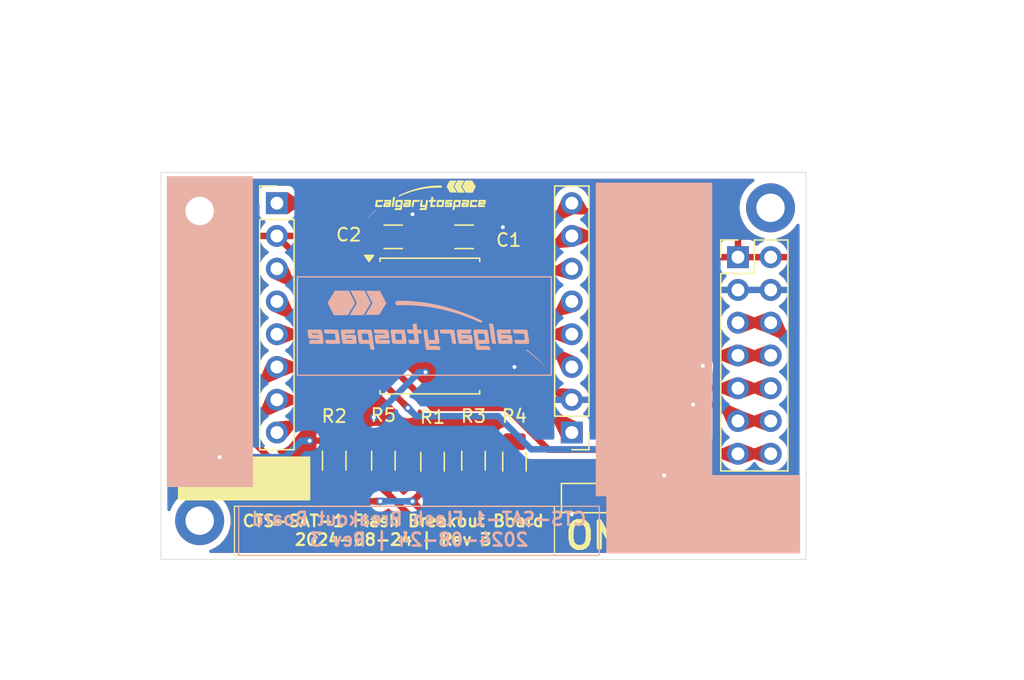
<source format=kicad_pcb>
(kicad_pcb (version 20240108) (generator "pcbnew") (generator_version "8.0")
  (title_block (date "2024-08-24") (rev "Rev 3"))
  (layers (0 "F.Cu" signal) (31 "B.Cu" signal) (34 "B.Paste" user) (35 "F.Paste" user) (36 "B.SilkS" user "B.Silkscreen") (37 "F.SilkS" user "F.Silkscreen") (38 "B.Mask" user) (39 "F.Mask" user) (44 "Edge.Cuts" user))
  (net 0 "")
  (net 1 "GND")
  (net 2 "+3V3")
  (net 3 "SPI_NCS_FLASH1")
  (net 4 "SPI_MISO")
  (net 5 "SPI_CLK")
  (net 6 "SPI_MOSI")
  (net 7 "Net-(D1-A)")
  (net 8 "Net-(D2-A)")
  (net 9 "Net-(D3-A)")
  (net 10 "Net-(J2-Pin_1)")
  (net 11 "Net-(J2-Pin_6)")
  (net 12 "Net-(J3-Pin_3)")
  (net 13 "Net-(J3-Pin_1)")
  (net 14 "Net-(J2-Pin_5)")
  (net 15 "Net-(J2-Pin_4)")
  (net 16 "Net-(J2-Pin_3)")
  (net 17 "Net-(J3-Pin_5)")
  (net 18 "Net-(J3-Pin_4)")
  (net 22 "SPI_NCS_FLASH2")
  (footprint "Resistor_SMD:R_1206_3216Metric_Pad1.30x1.75mm_HandSolder" (layer "F.Cu") (at 152.4 92.43 -90)
    (property "Reference" "R4" (at -3.53 0 0) (layer "F.SilkS"))
    (property "Value" "5k")
    (pad "1" smd roundrect (at -1.55 0 270) (size 1.3 1.75) (layers "F.Cu" "F.Paste" "F.Mask") (roundrect_rratio 0.192308) (net 2 "+3V3"))
    (pad "2" smd roundrect (at 1.55 0 270) (size 1.3 1.75) (layers "F.Cu" "F.Paste" "F.Mask") (roundrect_rratio 0.192308) (net 8 "Net-(D2-A)"))
  )
  (footprint "LOGO" (layer "F.Cu") (at 145.5 72)
    (property "Reference" "G***" (hide yes))
    (property "Value" "LOGO" (hide yes))
  )
  (footprint "Resistor_SMD:R_1206_3216Metric_Pad1.30x1.75mm_HandSolder" (layer "F.Cu") (at 149.225 92.355 -90)
    (property "Reference" "R3" (at -3.455 0 0) (layer "F.SilkS"))
    (property "Value" "5k")
    (pad "1" smd roundrect (at -1.55 0 270) (size 1.3 1.75) (layers "F.Cu" "F.Paste" "F.Mask") (roundrect_rratio 0.192308) (net 2 "+3V3"))
    (pad "2" smd roundrect (at 1.55 0 270) (size 1.3 1.75) (layers "F.Cu" "F.Paste" "F.Mask") (roundrect_rratio 0.192308) (net 7 "Net-(D1-A)"))
  )
  (footprint "MountingHole:MountingHole_2.2mm_M2_DIN965_Pad" (layer "F.Cu") (at 172.25 72.75)
    (property "Reference" "H3" (hide yes))
    (property "Value" "MountingHole_Pad")
    (pad "1" thru_hole circle (at 0 0) (size 3.8 3.8) (drill 2.2) (layers "*.Cu" "*.Mask"))
  )
  (footprint "LED_SMD:LED_1206_3216Metric_Pad1.42x1.75mm_HandSolder" (layer "F.Cu") (at 158.5 95.25)
    (property "Reference" "D1" (hide yes))
    (property "Value" "LED")
    (pad "1" smd roundrect (at -1.4875 0) (size 1.425 1.75) (layers "F.Cu" "F.Paste" "F.Mask") (roundrect_rratio 0.175439) (net 1 "GND"))
    (pad "2" smd roundrect (at 1.4875 0) (size 1.425 1.75) (layers "F.Cu" "F.Paste" "F.Mask") (roundrect_rratio 0.175439) (net 7 "Net-(D1-A)"))
  )
  (footprint "MountingHole:MountingHole_2.2mm_M2_DIN965_Pad" (layer "F.Cu") (at 128 97)
    (property "Reference" "H2" (hide yes))
    (property "Value" "MountingHole_Pad")
    (pad "1" thru_hole circle (at 0 0) (size 3.8 3.8) (drill 2.2) (layers "*.Cu" "*.Mask"))
  )
  (footprint "Resistor_SMD:R_1206_3216Metric_Pad1.30x1.75mm_HandSolder" (layer "F.Cu") (at 138.43 92.355 90)
    (property "Reference" "R2" (at 3.455 0 0) (layer "F.SilkS"))
    (property "Value" "10k")
    (pad "1" smd roundrect (at -1.55 0 90) (size 1.3 1.75) (layers "F.Cu" "F.Paste" "F.Mask") (roundrect_rratio 0.192308) (net 3 "SPI_NCS_FLASH1"))
    (pad "2" smd roundrect (at 1.55 0 90) (size 1.3 1.75) (layers "F.Cu" "F.Paste" "F.Mask") (roundrect_rratio 0.192308) (net 2 "+3V3"))
  )
  (footprint "Connector_PinHeader_2.54mm:PinHeader_1x08_P2.54mm_Vertical" (layer "F.Cu") (at 133.985 72.39)
    (property "Reference" "J3" (hide yes))
    (property "Value" "Conn_01x08")
    (pad "1" thru_hole rect (at 0 0) (size 1.7 1.7) (drill 1) (layers "*.Cu" "*.Mask") (net 13 "Net-(J3-Pin_1)"))
    (pad "2" thru_hole oval (at 0 2.54) (size 1.7 1.7) (drill 1) (layers "*.Cu" "*.Mask") (net 2 "+3V3"))
    (pad "3" thru_hole oval (at 0 5.08) (size 1.7 1.7) (drill 1) (layers "*.Cu" "*.Mask") (net 12 "Net-(J3-Pin_3)"))
    (pad "4" thru_hole oval (at 0 7.62) (size 1.7 1.7) (drill 1) (layers "*.Cu" "*.Mask") (net 18 "Net-(J3-Pin_4)"))
    (pad "5" thru_hole oval (at 0 10.16) (size 1.7 1.7) (drill 1) (layers "*.Cu" "*.Mask") (net 17 "Net-(J3-Pin_5)"))
    (pad "6" thru_hole oval (at 0 12.7) (size 1.7 1.7) (drill 1) (layers "*.Cu" "*.Mask") (net 22 "SPI_NCS_FLASH2"))
    (pad "7" thru_hole oval (at 0 15.24) (size 1.7 1.7) (drill 1) (layers "*.Cu" "*.Mask") (net 3 "SPI_NCS_FLASH1"))
    (pad "8" thru_hole oval (at 0 17.78) (size 1.7 1.7) (drill 1) (layers "*.Cu" "*.Mask") (net 4 "SPI_MISO"))
  )
  (footprint "Package_SO:SOIC-16W_7.5x10.3mm_P1.27mm" (layer "F.Cu") (at 145.845 81.915)
    (property "Reference" "U1" (hide yes))
    (property "Value" "S70FL01GSAGMFI011")
    (pad "1" smd roundrect (at -4.65 -4.445) (size 2.05 0.6) (layers "F.Cu" "F.Paste" "F.Mask") (net 13 "Net-(J3-Pin_1)"))
    (pad "2" smd roundrect (at -4.65 -3.175) (size 2.05 0.6) (layers "F.Cu" "F.Paste" "F.Mask") (net 2 "+3V3"))
    (pad "3" smd roundrect (at -4.65 -1.905) (size 2.05 0.6) (layers "F.Cu" "F.Paste" "F.Mask") (net 12 "Net-(J3-Pin_3)"))
    (pad "4" smd roundrect (at -4.65 -0.635) (size 2.05 0.6) (layers "F.Cu" "F.Paste" "F.Mask") (net 18 "Net-(J3-Pin_4)"))
    (pad "5" smd roundrect (at -4.65 0.635) (size 2.05 0.6) (layers "F.Cu" "F.Paste" "F.Mask") (net 17 "Net-(J3-Pin_5)"))
    (pad "6" smd roundrect (at -4.65 1.905) (size 2.05 0.6) (layers "F.Cu" "F.Paste" "F.Mask") (net 22 "SPI_NCS_FLASH2"))
    (pad "7" smd roundrect (at -4.65 3.175) (size 2.05 0.6) (layers "F.Cu" "F.Paste" "F.Mask") (net 3 "SPI_NCS_FLASH1"))
    (pad "8" smd roundrect (at -4.65 4.445) (size 2.05 0.6) (layers "F.Cu" "F.Paste" "F.Mask") (net 4 "SPI_MISO"))
    (pad "9" smd roundrect (at 4.65 4.445) (size 2.05 0.6) (layers "F.Cu" "F.Paste" "F.Mask") (net 10 "Net-(J2-Pin_1)"))
    (pad "10" smd roundrect (at 4.65 3.175) (size 2.05 0.6) (layers "F.Cu" "F.Paste" "F.Mask") (net 1 "GND"))
    (pad "11" smd roundrect (at 4.65 1.905) (size 2.05 0.6) (layers "F.Cu" "F.Paste" "F.Mask") (net 16 "Net-(J2-Pin_3)"))
    (pad "12" smd roundrect (at 4.65 0.635) (size 2.05 0.6) (layers "F.Cu" "F.Paste" "F.Mask") (net 15 "Net-(J2-Pin_4)"))
    (pad "13" smd roundrect (at 4.65 -0.635) (size 2.05 0.6) (layers "F.Cu" "F.Paste" "F.Mask") (net 14 "Net-(J2-Pin_5)"))
    (pad "14" smd roundrect (at 4.65 -1.905) (size 2.05 0.6) (layers "F.Cu" "F.Paste" "F.Mask") (net 11 "Net-(J2-Pin_6)"))
    (pad "15" smd roundrect (at 4.65 -3.175) (size 2.05 0.6) (layers "F.Cu" "F.Paste" "F.Mask") (net 6 "SPI_MOSI"))
    (pad "16" smd roundrect (at 4.65 -4.445) (size 2.05 0.6) (layers "F.Cu" "F.Paste" "F.Mask") (net 5 "SPI_CLK"))
  )
  (footprint "LED_SMD:LED_1206_3216Metric_Pad1.42x1.75mm_HandSolder" (layer "F.Cu") (at 171.5 95.25)
    (property "Reference" "D2" (hide yes))
    (property "Value" "LED")
    (pad "1" smd roundrect (at -1.4875 0) (size 1.425 1.75) (layers "F.Cu" "F.Paste" "F.Mask") (roundrect_rratio 0.175439) (net 3 "SPI_NCS_FLASH1"))
    (pad "2" smd roundrect (at 1.4875 0) (size 1.425 1.75) (layers "F.Cu" "F.Paste" "F.Mask") (roundrect_rratio 0.175439) (net 8 "Net-(D2-A)"))
  )
  (footprint "Capacitor_SMD:C_1206_3216Metric_Pad1.33x1.80mm_HandSolder" (layer "F.Cu") (at 148.5 75 180)
    (property "Reference" "C1" (at -3.4525 -0.25 0) (layer "F.SilkS"))
    (property "Value" "0.1u")
    (pad "1" smd roundrect (at -1.5625 0 180) (size 1.325 1.8) (layers "F.Cu" "F.Paste" "F.Mask") (roundrect_rratio 0.188679) (net 1 "GND"))
    (pad "2" smd roundrect (at 1.5625 0 180) (size 1.325 1.8) (layers "F.Cu" "F.Paste" "F.Mask") (roundrect_rratio 0.188679) (net 2 "+3V3"))
  )
  (footprint "Resistor_SMD:R_1206_3216Metric_Pad1.30x1.75mm_HandSolder" (layer "F.Cu") (at 146.05 92.43 -90)
    (property "Reference" "R1" (at -3.455 0 0) (layer "F.SilkS"))
    (property "Value" "10k")
    (pad "1" smd roundrect (at -1.55 0 270) (size 1.3 1.75) (layers "F.Cu" "F.Paste" "F.Mask") (roundrect_rratio 0.192308) (net 2 "+3V3"))
    (pad "2" smd roundrect (at 1.55 0 270) (size 1.3 1.75) (layers "F.Cu" "F.Paste" "F.Mask") (roundrect_rratio 0.192308) (net 22 "SPI_NCS_FLASH2"))
  )
  (footprint "Connector_PinHeader_2.54mm:PinHeader_1x08_P2.54mm_Vertical" (layer "F.Cu") (at 156.845 90.17 180)
    (property "Reference" "J2" (hide yes))
    (property "Value" "Conn_01x08")
    (pad "1" thru_hole rect (at 0 0 180) (size 1.7 1.7) (drill 1) (layers "*.Cu" "*.Mask") (net 10 "Net-(J2-Pin_1)"))
    (pad "2" thru_hole oval (at 0 2.54 180) (size 1.7 1.7) (drill 1) (layers "*.Cu" "*.Mask") (net 1 "GND"))
    (pad "3" thru_hole oval (at 0 5.08 180) (size 1.7 1.7) (drill 1) (layers "*.Cu" "*.Mask") (net 16 "Net-(J2-Pin_3)"))
    (pad "4" thru_hole oval (at 0 7.62 180) (size 1.7 1.7) (drill 1) (layers "*.Cu" "*.Mask") (net 15 "Net-(J2-Pin_4)"))
    (pad "5" thru_hole oval (at 0 10.16 180) (size 1.7 1.7) (drill 1) (layers "*.Cu" "*.Mask") (net 14 "Net-(J2-Pin_5)"))
    (pad "6" thru_hole oval (at 0 12.7 180) (size 1.7 1.7) (drill 1) (layers "*.Cu" "*.Mask") (net 11 "Net-(J2-Pin_6)"))
    (pad "7" thru_hole oval (at 0 15.24 180) (size 1.7 1.7) (drill 1) (layers "*.Cu" "*.Mask") (net 6 "SPI_MOSI"))
    (pad "8" thru_hole oval (at 0 17.78 180) (size 1.7 1.7) (drill 1) (layers "*.Cu" "*.Mask") (net 5 "SPI_CLK"))
  )
  (footprint "Connector_PinHeader_2.54mm:PinHeader_2x07_P2.54mm_Vertical" (layer "F.Cu") (at 169.725 76.576)
    (property "Reference" "J1" (hide yes))
    (property "Value" "Conn_02x07_Counter_Clockwise" (hide yes))
    (pad "1" thru_hole rect (at 0 0) (size 1.7 1.7) (drill 1) (layers "*.Cu" "*.Mask") (net 2 "+3V3"))
    (pad "2" thru_hole oval (at 2.54 0) (size 1.7 1.7) (drill 1) (layers "*.Cu" "*.Mask") (net 2 "+3V3"))
    (pad "3" thru_hole oval (at 0 2.54) (size 1.7 1.7) (drill 1) (layers "*.Cu" "*.Mask") (net 1 "GND"))
    (pad "4" thru_hole oval (at 2.54 2.54) (size 1.7 1.7) (drill 1) (layers "*.Cu" "*.Mask") (net 1 "GND"))
    (pad "5" thru_hole oval (at 0 5.08) (size 1.7 1.7) (drill 1) (layers "*.Cu" "*.Mask") (net 3 "SPI_NCS_FLASH1"))
    (pad "6" thru_hole oval (at 2.54 5.08) (size 1.7 1.7) (drill 1) (layers "*.Cu" "*.Mask") (net 3 "SPI_NCS_FLASH1"))
    (pad "7" thru_hole oval (at 0 7.62) (size 1.7 1.7) (drill 1) (layers "*.Cu" "*.Mask") (net 22 "SPI_NCS_FLASH2"))
    (pad "8" thru_hole oval (at 2.54 7.62) (size 1.7 1.7) (drill 1) (layers "*.Cu" "*.Mask") (net 22 "SPI_NCS_FLASH2"))
    (pad "9" thru_hole oval (at 0 10.16) (size 1.7 1.7) (drill 1) (layers "*.Cu" "*.Mask") (net 5 "SPI_CLK"))
    (pad "10" thru_hole oval (at 2.54 10.16) (size 1.7 1.7) (drill 1) (layers "*.Cu" "*.Mask") (net 5 "SPI_CLK"))
    (pad "11" thru_hole oval (at 0 12.7) (size 1.7 1.7) (drill 1) (layers "*.Cu" "*.Mask") (net 4 "SPI_MISO"))
    (pad "12" thru_hole oval (at 2.54 12.7) (size 1.7 1.7) (drill 1) (layers "*.Cu" "*.Mask") (net 4 "SPI_MISO"))
    (pad "13" thru_hole oval (at 0 15.24) (size 1.7 1.7) (drill 1) (layers "*.Cu" "*.Mask") (net 6 "SPI_MOSI"))
    (pad "14" thru_hole oval (at 2.54 15.24) (size 1.7 1.7) (drill 1) (layers "*.Cu" "*.Mask") (net 6 "SPI_MOSI"))
  )
  (footprint "Capacitor_SMD:C_1206_3216Metric_Pad1.33x1.80mm_HandSolder" (layer "F.Cu") (at 143 75 180)
    (property "Reference" "C2" (at 3.4475 0.16 0) (layer "F.SilkS"))
    (property "Value" "1u")
    (pad "1" smd roundrect (at -1.5625 0 180) (size 1.325 1.8) (layers "F.Cu" "F.Paste" "F.Mask") (roundrect_rratio 0.188679) (net 1 "GND"))
    (pad "2" smd roundrect (at 1.5625 0 180) (size 1.325 1.8) (layers "F.Cu" "F.Paste" "F.Mask") (roundrect_rratio 0.188679) (net 2 "+3V3"))
  )
  (footprint "LED_SMD:LED_1206_3216Metric_Pad1.42x1.75mm_HandSolder" (layer "F.Cu") (at 165 95.25)
    (property "Reference" "D3" (hide yes))
    (property "Value" "LED")
    (pad "1" smd roundrect (at -1.4875 0) (size 1.425 1.75) (layers "F.Cu" "F.Paste" "F.Mask") (roundrect_rratio 0.175439) (net 22 "SPI_NCS_FLASH2"))
    (pad "2" smd roundrect (at 1.4875 0) (size 1.425 1.75) (layers "F.Cu" "F.Paste" "F.Mask") (roundrect_rratio 0.175439) (net 9 "Net-(D3-A)"))
  )
  (footprint "MountingHole:MountingHole_2.2mm_M2_DIN965_Pad" (layer "F.Cu") (at 128 73)
    (property "Reference" "H1" (hide yes))
    (property "Value" "MountingHole_Pad")
    (pad "1" thru_hole circle (at 0 0) (size 3.8 3.8) (drill 2.2) (layers "*.Cu" "*.Mask"))
  )
  (footprint "Resistor_SMD:R_1206_3216Metric_Pad1.30x1.75mm_HandSolder" (layer "F.Cu") (at 142.24 92.355 -90)
    (property "Reference" "R5" (at -3.53 0 0) (layer "F.SilkS"))
    (property "Value" "5k")
    (pad "1" smd roundrect (at -1.55 0 270) (size 1.3 1.75) (layers "F.Cu" "F.Paste" "F.Mask") (roundrect_rratio 0.192308) (net 2 "+3V3"))
    (pad "2" smd roundrect (at 1.55 0 270) (size 1.3 1.75) (layers "F.Cu" "F.Paste" "F.Mask") (roundrect_rratio 0.192308) (net 9 "Net-(D3-A)"))
  )
  (footprint "LOGO" (layer "B.Cu") (at 145.7325 81.915 180)
    (property "Reference" "G***" (hide yes))
    (property "Value" "LOGO" (hide yes))
  )
  (gr_rect (start 125.5 70.35) (end 132.08 94.345) (stroke (width 0.1)) (fill solid) (layer "B.SilkS"))
  (gr_rect (start 158.75 70.85) (end 167.68 95.06) (stroke (width 0.1)) (fill solid) (layer "B.SilkS"))
  (gr_rect (start 135.5725 78.105) (end 155.2575 85.725) (stroke (width 0.1)) (fill none) (layer "B.SilkS"))
  (gr_rect (start 131.03 95.885) (end 158.97 99.695) (stroke (width 0.1)) (fill none) (layer "B.SilkS"))
  (gr_rect (start 159.57 93.515) (end 174.5 99.5) (stroke (width 0.1)) (fill solid) (layer "B.SilkS"))
  (gr_rect (start 130.695 95.885) (end 155.5 99.695) (stroke (width 0.1)) (fill none) (layer "F.SilkS"))
  (gr_rect (start 126.365 92.075) (end 136.525 95.385) (stroke (width 0.1)) (fill solid) (layer "F.SilkS"))
  (gr_rect (start 125 70) (end 175 100) (stroke (width 0.05)) (fill none) (layer "Edge.Cuts"))
  (gr_text "CTS-SAT-1 Flash Breakout Board\n${ISSUE_DATE} | ${REVISION}" (at 145 99.06 0) (layer "B.SilkS") (effects (font (size 1 1) (thickness 0.2) (bold yes)) (justify bottom mirror)))
  (gr_text "7-CS1" (at 132.08 87.63 0) (layer "F.SilkS") (effects (font (size 1 1) (thickness 0.2) (bold yes)) (justify right)))
  (gr_text "CLK" (at 164.575 87.3 0) (layer "F.SilkS") (effects (font (size 1 1) (thickness 0.2) (bold yes)) (justify left bottom)))
  (gr_text "14" (at 158.75 77.47 0) (layer "F.SilkS") (effects (font (size 1 1) (thickness 0.2) (bold yes)) (justify left)))
  (gr_text "CS2" (at 164.575 84.9 0) (layer "F.SilkS") (effects (font (size 1 1) (thickness 0.2) (bold yes)) (justify left bottom)))
  (gr_text "CS1" (at 164.575 82.3 0) (layer "F.SilkS") (effects (font (size 1 1) (thickness 0.2) (bold yes)) (justify left bottom)))
  (gr_text "1" (at 132.08 72.39 0) (layer "F.SilkS") (effects (font (size 1 1) (thickness 0.2) (bold yes)) (justify right)))
  (gr_text "CS1" (at 171.5 97 0) (layer "F.SilkS") (effects (font (size 2 2) (thickness 0.4) (bold yes)) (justify top)))
  (gr_text "9-WP" (at 158.75 90.17 0) (layer "F.SilkS") (effects (font (size 1 1) (thickness 0.2) (bold yes)) (justify left)))
  (gr_text "11" (at 158.75 85.09 0) (layer "F.SilkS") (effects (font (size 1 1) (thickness 0.2) (bold yes)) (justify left)))
  (gr_text "15-MOSI" (at 158.75 74.93 0) (layer "F.SilkS") (effects (font (size 1 1) (thickness 0.2) (bold yes)) (justify left)))
  (gr_text "6-CS2" (at 132.08 85.09 0) (layer "F.SilkS") (effects (font (size 1 1) (thickness 0.2) (bold yes)) (justify right)))
  (gr_text "5" (at 132.08 82.55 0) (layer "F.SilkS") (effects (font (size 1 1) (thickness 0.2) (bold yes)) (justify right)))
  (gr_text "13" (at 158.75 80.01 0) (layer "F.SilkS") (effects (font (size 1 1) (thickness 0.2) (bold yes)) (justify left)))
  (gr_text "16-SCK" (at 158.75 72.39 0) (layer "F.SilkS") (effects (font (size 1 1) (thickness 0.2) (bold yes)) (justify left)))
  (gr_text "MISO" (at 163.775 89.9 0) (layer "F.SilkS") (effects (font (size 1 1) (thickness 0.2) (bold yes)) (justify left bottom)))
  (gr_text "4" (at 132.08 80.01 0) (layer "F.SilkS") (effects (font (size 1 1) (thickness 0.2) (bold yes)) (justify right)))
  (gr_text "3v3" (at 164.775 77.3 0) (layer "F.SilkS") (effects (font (size 1 1) (thickness 0.2) (bold yes)) (justify left bottom)))
  (gr_text "3v3-" (at 131 74.75 25) (layer "F.SilkS") (effects (font (size 1 1) (thickness 0.2) (bold yes)) (justify right)))
  (gr_text "12" (at 158.75 82.55 0) (layer "F.SilkS") (effects (font (size 1 1) (thickness 0.2) (bold yes)) (justify left)))
  (gr_text "CTS-SAT-1 Flash Breakout Board\n${ISSUE_DATE} | ${REVISION}" (at 143 99 0) (layer "F.SilkS") (effects (font (size 0.9 0.9) (thickness 0.18) (bold yes)) (justify bottom)))
  (gr_text "2" (at 132.08 74.93 0) (layer "F.SilkS") (effects (font (size 1 1) (thickness 0.2) (bold yes)) (justify right)))
  (gr_text "MOSI" (at 163.775 92.5 0) (layer "F.SilkS") (effects (font (size 1 1) (thickness 0.2) (bold yes)) (justify left bottom)))
  (gr_text "RST-3" (at 132.08 77.47 0) (layer "F.SilkS") (effects (font (size 1 1) (thickness 0.2) (bold yes)) (justify right)))
  (gr_text "GND" (at 164.375 79.7 0) (layer "F.SilkS") (effects (font (size 1 1) (thickness 0.2) (bold yes)) (justify left bottom)))
  (gr_text "10-GND" (at 158.75 87.63 0) (layer "F.SilkS") (effects (font (size 1 1) (thickness 0.2) (bold yes)) (justify left)))
  (gr_text "CS2" (at 165 97 0) (layer "F.SilkS") (effects (font (size 2 2) (thickness 0.4) (bold yes)) (justify top)))
  (gr_text "ON" (at 158.5 97 0) (layer "F.SilkS") (effects (font (size 2 2) (thickness 0.4) (bold yes)) (justify top)))
  (gr_text "8-MOSI" (at 132.08 90.17 0) (layer "F.SilkS") (effects (font (size 1 1) (thickness 0.2) (bold yes)) (justify right)))
  (segment (start 150.495 85.09) (end 152.4 85.09) (width 0.5) (layer "F.Cu") (net 1))
  (segment (start 156.21 86.995) (end 155.575 86.995) (width 0.5) (layer "F.Cu") (net 1))
  (segment (start 156.845 96.52) (end 156.845 95.4175) (width 0.5) (layer "F.Cu") (net 1))
  (segment (start 151.3125 74.25) (end 150.5625 75) (width 0.5) (layer "F.Cu") (net 1))
  (segment (start 155.575 86.995) (end 153.67 85.09) (width 0.5) (layer "F.Cu") (net 1))
  (segment (start 153.67 85.09) (end 152.4 85.09) (width 0.5) (layer "F.Cu") (net 1))
  (segment (start 156.845 95.4175) (end 157.0125 95.25) (width 0.5) (layer "F.Cu") (net 1))
  (segment (start 156.845 87.63) (end 156.21 86.995) (width 0.5) (layer "F.Cu") (net 1))
  (segment (start 144.5 74.9375) (end 144.5625 75) (width 0.5) (layer "F.Cu") (net 1))
  (segment (start 151.5 74.25) (end 151.3125 74.25) (width 0.5) (layer "F.Cu") (net 1))
  (segment (start 144.5 73.25) (end 144.5 74.9375) (width 0.5) (layer "F.Cu") (net 1))
  (via (at 156.845 96.52) (size 0.6) (drill 0.3) (layers "F.Cu" "B.Cu") (net 1))
  (via (at 152.4 85.09) (size 0.6) (drill 0.3) (layers "F.Cu" "B.Cu") (net 1))
  (via (at 144.5 73.25) (size 0.6) (drill 0.3) (layers "F.Cu" "B.Cu") (net 1))
  (via (at 151.5 74.25) (size 0.6) (drill 0.3) (layers "F.Cu" "B.Cu") (net 1))
  (segment (start 137.795 78.74) (end 133.985 74.93) (width 0.5) (layer "F.Cu") (net 2))
  (segment (start 141.195 78.74) (end 137.795 78.74) (width 0.5) (layer "F.Cu") (net 2))
  (segment (start 152.4 90.88) (end 151.84 90.88) (width 0.5) (layer "F.Cu") (net 2))
  (via (at 129.54 92.075) (size 0.6) (drill 0.3) (layers "F.Cu" "B.Cu") (net 2))
  (via (at 136.525 90.805) (size 0.6) (drill 0.3) (layers "F.Cu" "B.Cu") (net 2))
  (via (at 145.5 85.5) (size 0.6) (drill 0.3) (layers "F.Cu" "B.Cu") (net 2))
  (via (at 141.5 89) (size 0.6) (drill 0.3) (layers "F.Cu" "B.Cu") (net 2))
  (segment (start 135.89 90.805) (end 136.525 90.805) (width 0.5) (layer "B.Cu") (net 2))
  (segment (start 141.5 89) (end 145 85.5) (width 0.5) (layer "B.Cu") (net 2))
  (segment (start 145 85.5) (end 145.5 85.5) (width 0.5) (layer "B.Cu") (net 2))
  (segment (start 134.62 92.075) (end 135.89 90.805) (width 0.5) (layer "B.Cu") (net 2))
  (segment (start 129.54 92.075) (end 134.62 92.075) (width 0.5) (layer "B.Cu") (net 2))
  (segment (start 141.195 85.09) (end 139.065 85.09) (width 0.5) (layer "F.Cu") (net 3))
  (segment (start 167.465389 92.516) (end 166.449389 91.5) (width 0.5) (layer "F.Cu") (net 3))
  (segment (start 137.795 86.36) (end 136.87995 86.36) (width 0.5) (layer "F.Cu") (net 3))
  (segment (start 151.806878 88.265) (end 146.05 88.265) (width 0.5) (layer "F.Cu") (net 3))
  (segment (start 170.0125 95.0125) (end 167.516 92.516) (width 0.5) (layer "F.Cu") (net 3))
  (segment (start 146.05 88.265) (end 142.875 85.09) (width 0.5) (layer "F.Cu") (net 3))
  (segment (start 142.875 85.09) (end 141.195 85.09) (width 0.5) (layer "F.Cu") (net 3))
  (segment (start 138.43 93.905) (end 135.18 93.905) (width 0.5) (layer "F.Cu") (net 3))
  (segment (start 132.08 90.805) (end 132.08 89.535) (width 0.5) (layer "F.Cu") (net 3))
  (segment (start 174 83.391) (end 174 92.5) (width 0.5) (layer "F.Cu") (net 3))
  (segment (start 166.449389 91.5) (end 155.041878 91.5) (width 0.5) (layer "F.Cu") (net 3))
  (segment (start 139.065 85.09) (end 137.795 86.36) (width 0.5) (layer "F.Cu") (net 3))
  (segment (start 170.0125 95.25) (end 170.0125 95.0125) (width 0.5) (layer "F.Cu") (net 3))
  (segment (start 136.87995 86.36) (end 135.60995 87.63) (width 0.5) (layer "F.Cu") (net 3))
  (segment (start 132.08 89.535) (end 133.985 87.63) (width 0.5) (layer "F.Cu") (net 3))
  (segment (start 171.7625 93.5) (end 170.0125 95.25) (width 0.5) (layer "F.Cu") (net 3))
  (segment (start 167.516 92.516) (end 167.465389 92.516) (width 0.5) (layer "F.Cu") (net 3))
  (segment (start 173 93.5) (end 171.7625 93.5) (width 0.5) (layer "F.Cu") (net 3))
  (segment (start 172.265 81.656) (end 174 83.391) (width 0.5) (layer "F.Cu") (net 3))
  (segment (start 135.60995 87.63) (end 133.985 87.63) (width 0.5) (layer "F.Cu") (net 3))
  (segment (start 174 92.5) (end 173 93.5) (width 0.5) (layer "F.Cu") (net 3))
  (segment (start 155.041878 91.5) (end 151.806878 88.265) (width 0.5) (layer "F.Cu") (net 3))
  (segment (start 135.18 93.905) (end 132.08 90.805) (width 0.5) (layer "F.Cu") (net 3))
  (segment (start 172.265 81.656) (end 169.725 81.656) (width 0.5) (layer "F.Cu") (net 3))
  (segment (start 141.195 86.36) (end 142.24 86.36) (width 0.5) (layer "F.Cu") (net 4))
  (segment (start 134.62 90.17) (end 133.985 90.17) (width 0.5) (layer "F.Cu") (net 4))
  (segment (start 166.25 88) (end 168.449 88) (width 0.5) (layer "F.Cu") (net 4))
  (segment (start 141.195 86.36) (end 139.1399 86.36) (width 0.5) (layer "F.Cu") (net 4))
  (segment (start 168.449 88) (end 169.725 89.276) (width 0.5) (layer "F.Cu") (net 4))
  (segment (start 137.16 87.63) (end 134.62 90.17) (width 0.5) (layer "F.Cu") (net 4))
  (segment (start 172.265 89.276) (end 169.725 89.276) (width 0.5) (layer "F.Cu") (net 4))
  (segment (start 142.24 86.36) (end 144.145 88.265) (width 0.5) (layer "F.Cu") (net 4))
  (segment (start 137.8699 87.63) (end 137.16 87.63) (width 0.5) (layer "F.Cu") (net 4))
  (segment (start 139.1399 86.36) (end 137.8699 87.63) (width 0.5) (layer "F.Cu") (net 4))
  (via (at 144.145 88.265) (size 0.6) (drill 0.3) (layers "F.Cu" "B.Cu") (net 4))
  (via (at 166.25 88) (size 0.6) (drill 0.3) (layers "F.Cu" "B.Cu") (net 4))
  (segment (start 163.03 91.47) (end 153.7 91.47) (width 0.5) (layer "B.Cu") (net 4))
  (segment (start 144.78 88.9) (end 144.145 88.265) (width 0.5) (layer "B.Cu") (net 4))
  (segment (start 166.25 88.25) (end 163.03 91.47) (width 0.5) (layer "B.Cu") (net 4))
  (segment (start 169.56895 89.11995) (end 169.725 89.276) (width 0.5) (layer "B.Cu") (net 4))
  (segment (start 153.7 91.47) (end 151.13 88.9) (width 0.5) (layer "B.Cu") (net 4))
  (segment (start 151.13 88.9) (end 144.78 88.9) (width 0.5) (layer "B.Cu") (net 4))
  (segment (start 166.25 88) (end 166.25 88.25) (width 0.5) (layer "B.Cu") (net 4))
  (segment (start 150.495 77.47) (end 151.765 77.47) (width 0.5) (layer "F.Cu") (net 5))
  (segment (start 169.725 86.736) (end 161.736 86.736) (width 0.5) (layer "F.Cu") (net 5))
  (segment (start 151.765 77.47) (end 156.845 72.39) (width 0.5) (layer "F.Cu") (net 5))
  (segment (start 161 76) (end 158.025 73.025) (width 0.5) (layer "F.Cu") (net 5))
  (segment (start 157.48 73.025) (end 156.845 72.39) (width 0.5) (layer "F.Cu") (net 5))
  (segment (start 161 86) (end 161 76) (width 0.5) (layer "F.Cu") (net 5))
  (segment (start 161.736 86.736) (end 161 86) (width 0.5) (layer "F.Cu") (net 5))
  (segment (start 158.025 73.025) (end 157.48 73.025) (width 0.5) (layer "F.Cu") (net 5))
  (segment (start 172.265 86.736) (end 169.725 86.736) (width 0.5) (layer "F.Cu") (net 5))
  (segment (start 160 76) (end 160 86) (width 0.5) (layer "F.Cu") (net 6))
  (segment (start 158.93 74.93) (end 160 76) (width 0.5) (layer "F.Cu") (net 6))
  (segment (start 167.755339 91.816) (end 169.725 91.816) (width 0.5) (layer "F.Cu") (net 6))
  (segment (start 156.21 74.93) (end 156.845 74.93) (width 0.5) (layer "F.Cu") (net 6))
  (segment (start 152.4 78.74) (end 156.21 74.93) (width 0.5) (layer "F.Cu") (net 6))
  (segment (start 172.265 91.816) (end 169.725 91.816) (width 0.5) (layer "F.Cu") (net 6))
  (segment (start 163.439339 87.5) (end 167.755339 91.816) (width 0.5) (layer "F.Cu") (net 6))
  (segment (start 156.845 74.93) (end 158.93 74.93) (width 0.5) (layer "F.Cu") (net 6))
  (segment (start 150.495 78.74) (end 152.4 78.74) (width 0.5) (layer "F.Cu") (net 6))
  (segment (start 160 86) (end 161.5 87.5) (width 0.5) (layer "F.Cu") (net 6))
  (segment (start 161.5 87.5) (end 163.439339 87.5) (width 0.5) (layer "F.Cu") (net 6))
  (segment (start 158.2 93.2) (end 159.9875 94.9875) (width 0.5) (layer "F.Cu") (net 7))
  (segment (start 155.8 93.2) (end 158.2 93.2) (width 0.5) (layer "F.Cu") (net 7))
  (segment (start 151.32 96) (end 154 96) (width 0.5) (layer "F.Cu") (net 7))
  (segment (start 155 94) (end 155.8 93.2) (width 0.5) (layer "F.Cu") (net 7))
  (segment (start 159.9875 94.9875) (end 159.9875 95.25) (width 0.5) (layer "F.Cu") (net 7))
  (segment (start 155 95) (end 155 94) (width 0.5) (layer "F.Cu") (net 7))
  (segment (start 149.225 93.905) (end 151.32 96) (width 0.5) (layer "F.Cu") (net 7))
  (segment (start 154 96) (end 155 95) (width 0.5) (layer "F.Cu") (net 7))
  (segment (start 171.2375 97) (end 172.9875 95.25) (width 0.5) (layer "F.Cu") (net 8))
  (segment (start 153.88 92.5) (end 166.323774 92.5) (width 0.5) (layer "F.Cu") (net 8))
  (segment (start 168 96) (end 169 97) (width 0.5) (layer "F.Cu") (net 8))
  (segment (start 152.4 93.98) (end 153.88 92.5) (width 0.5) (layer "F.Cu") (net 8))
  (segment (start 169 97) (end 171.2375 97) (width 0.5) (layer "F.Cu") (net 8))
  (segment (start 166.323774 92.5) (end 168 94.176226) (width 0.5) (layer "F.Cu") (net 8))
  (segment (start 168 94.176226) (end 168 96) (width 0.5) (layer "F.Cu") (net 8))
  (segment (start 142.24 94.555) (end 145.685 98) (width 0.5) (layer "F.Cu") (net 9))
  (segment (start 142.24 93.905) (end 142.24 94.555) (width 0.5) (layer "F.Cu") (net 9))
  (segment (start 145.685 98) (end 163.86875 98) (width 0.5) (layer "F.Cu") (net 9))
  (segment (start 166.4875 95.38125) (end 166.4875 95.25) (width 0.5) (layer "F.Cu") (net 9))
  (segment (start 163.86875 98) (end 166.4875 95.38125) (width 0.5) (layer "F.Cu") (net 9))
  (segment (start 153.035 86.36) (end 156.845 90.17) (width 0.5) (layer "F.Cu") (net 10))
  (segment (start 150.495 86.36) (end 153.035 86.36) (width 0.5) (layer "F.Cu") (net 10))
  (segment (start 150.495 80.01) (end 153.035 80.01) (width 0.5) (layer "F.Cu") (net 11))
  (segment (start 153.035 80.01) (end 155.575 77.47) (width 0.5) (layer "F.Cu") (net 11))
  (segment (start 155.575 77.47) (end 156.845 77.47) (width 0.5) (layer "F.Cu") (net 11))
  (segment (start 136.525 80.01) (end 141.195 80.01) (width 0.5) (layer "F.Cu") (net 12))
  (segment (start 133.985 77.47) (end 136.525 80.01) (width 0.5) (layer "F.Cu") (net 12))
  (segment (start 141.195 77.47) (end 138.47 77.47) (width 0.5) (layer "F.Cu") (net 13))
  (segment (start 135.89 72.39) (end 133.985 72.39) (width 0.5) (layer "F.Cu") (net 13))
  (segment (start 138.47 77.47) (end 137.16 76.16) (width 0.5) (layer "F.Cu") (net 13))
  (segment (start 137.16 73.66) (end 135.89 72.39) (width 0.5) (layer "F.Cu") (net 13))
  (segment (start 137.16 76.16) (end 137.16 73.66) (width 0.5) (layer "F.Cu") (net 13))
  (segment (start 155.875 80.98) (end 156.845 80.01) (width 0.5) (layer "F.Cu") (net 14))
  (segment (start 150.495 81.28) (end 150.795 80.98) (width 0.5) (layer "F.Cu") (net 14))
  (segment (start 150.795 80.98) (end 155.875 80.98) (width 0.5) (layer "F.Cu") (net 14))
  (segment (start 150.495 82.55) (end 156.845 82.55) (width 0.5) (layer "F.Cu") (net 15))
  (segment (start 150.495 83.82) (end 155.575 83.82) (width 0.5) (layer "F.Cu") (net 16))
  (segment (start 155.575 83.82) (end 156.845 85.09) (width 0.5) (layer "F.Cu") (net 16))
  (segment (start 141.195 82.55) (end 133.985 82.55) (width 0.5) (layer "F.Cu") (net 17))
  (segment (start 141.195 81.28) (end 135.255 81.28) (width 0.5) (layer "F.Cu") (net 18))
  (segment (start 135.255 81.28) (end 133.985 80.01) (width 0.5) (layer "F.Cu") (net 18))
  (segment (start 167.804 84.196) (end 167 85) (width 0.5) (layer "F.Cu") (net 22))
  (segment (start 131.38 92.01) (end 131.38 87.695) (width 0.5) (layer "F.Cu") (net 22))
  (segment (start 144.5 95.5) (end 146.02 93.98) (width 0.5) (layer "F.Cu") (net 22))
  (segment (start 161.5 97) (end 163.25 95.25) (width 0.5) (layer "F.Cu") (net 22))
  (segment (start 134.87 95.5) (end 131.38 92.01) (width 0.5) (layer "F.Cu") (net 22))
  (segment (start 172.265 84.196) (end 169.725 84.196) (width 0.5) (layer "F.Cu") (net 22))
  (segment (start 144.5 95.5) (end 146.27 97.27) (width 0.5) (layer "F.Cu") (net 22))
  (segment (start 137.555 83.82) (end 136.285 85.09) (width 0.5) (layer "F.Cu") (net 22))
  (segment (start 157.425661 97) (end 161.5 97) (width 0.5) (layer "F.Cu") (net 22))
  (segment (start 146.27 97.27) (end 157.155661 97.27) (width 0.5) (layer "F.Cu") (net 22))
  (segment (start 163.5125 93.9875) (end 163.5125 95.25) (width 0.5) (layer "F.Cu") (net 22))
  (segment (start 163.25 95.25) (end 163.5125 95.25) (width 0.5) (layer "F.Cu") (net 22))
  (segment (start 157.155661 97.27) (end 157.425661 97) (width 0.5) (layer "F.Cu") (net 22))
  (segment (start 146.02 93.98) (end 146.05 93.98) (width 0.5) (layer "F.Cu") (net 22))
  (segment (start 142 95.5) (end 134.87 95.5) (width 0.5) (layer "F.Cu") (net 22))
  (segment (start 141.195 83.82) (end 137.555 83.82) (width 0.5) (layer "F.Cu") (net 22))
  (segment (start 169.725 84.196) (end 167.804 84.196) (width 0.5) (layer "F.Cu") (net 22))
  (segment (start 164 93.5) (end 163.5125 93.9875) (width 0.5) (layer "F.Cu") (net 22))
  (segment (start 136.285 85.09) (end 133.985 85.09) (width 0.5) (layer "F.Cu") (net 22))
  (segment (start 131.38 87.695) (end 133.985 85.09) (width 0.5) (layer "F.Cu") (net 22))
  (via (at 164 93.5) (size 0.6) (drill 0.3) (layers "F.Cu" "B.Cu") (net 22))
  (via (at 142 95.5) (size 0.6) (drill 0.3) (layers "F.Cu" "B.Cu") (net 22))
  (via (at 144.5 95.5) (size 0.6) (drill 0.3) (layers "F.Cu" "B.Cu") (net 22))
  (via (at 167 85) (size 0.6) (drill 0.3) (layers "F.Cu" "B.Cu") (net 22))
  (segment (start 167 85) (end 167 90.5) (width 0.5) (layer "B.Cu") (net 22))
  (segment (start 142 95.5) (end 144.5 95.5) (width 0.5) (layer "B.Cu") (net 22))
  (segment (start 167 90.5) (end 164 93.5) (width 0.5) (layer "B.Cu") (net 22))
  (zone (net 2) (net_name "+3V3") (layer "F.Cu") (connect_pads (clearance 0.5)) (min_thickness 0.25) (fill yes (thermal_gap 0.5) (thermal_bridge_width 0.5))
    (polygon (pts (xy 112.776 56.642073) (xy 181.356 56.642073) (xy 191.897 109.347073) (xy 112.522 109.347073)))
  )
  (zone (net 1) (net_name "GND") (layer "B.Cu") (priority 1) (connect_pads (clearance 0.5)) (min_thickness 0.25) (fill yes (thermal_gap 0.5) (thermal_bridge_width 0.5))
    (polygon (pts (xy 190.119 56.642073) (xy 182.372 109.093073) (xy 112.522 109.093073) (xy 113.284 56.642073)))
  )
)
</source>
